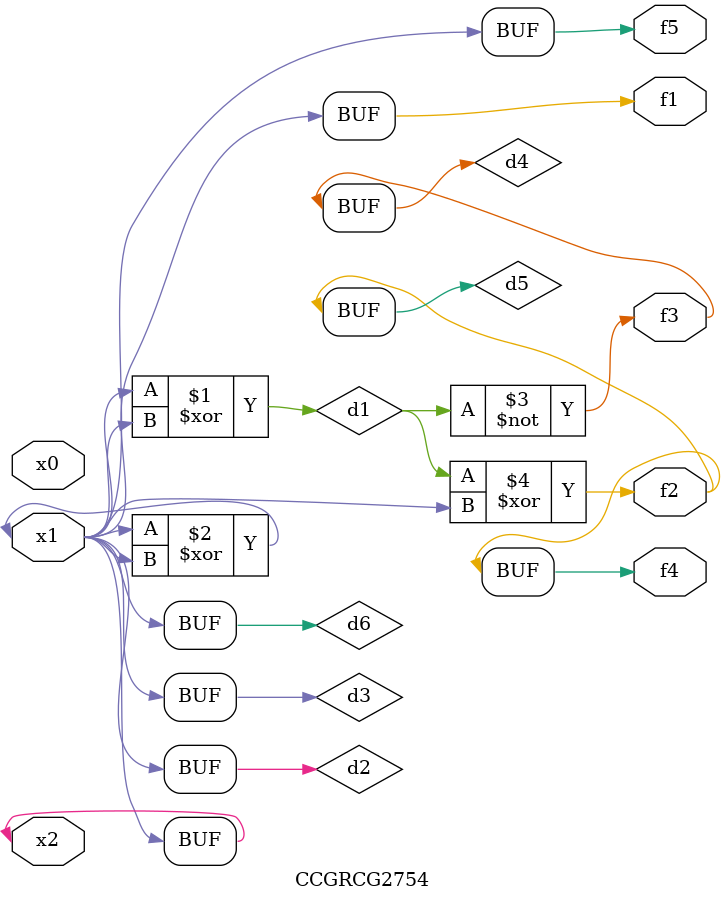
<source format=v>
module CCGRCG2754(
	input x0, x1, x2,
	output f1, f2, f3, f4, f5
);

	wire d1, d2, d3, d4, d5, d6;

	xor (d1, x1, x2);
	buf (d2, x1, x2);
	xor (d3, x1, x2);
	nor (d4, d1);
	xor (d5, d1, d2);
	buf (d6, d2, d3);
	assign f1 = d6;
	assign f2 = d5;
	assign f3 = d4;
	assign f4 = d5;
	assign f5 = d6;
endmodule

</source>
